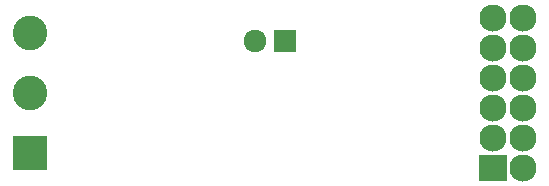
<source format=gbs>
G04 #@! TF.FileFunction,Soldermask,Bot*
%FSLAX46Y46*%
G04 Gerber Fmt 4.6, Leading zero omitted, Abs format (unit mm)*
G04 Created by KiCad (PCBNEW 4.0.2+dfsg1-stable) date jeu. 13 juil. 2017 18:44:21 CEST*
%MOMM*%
G01*
G04 APERTURE LIST*
%ADD10C,0.100000*%
%ADD11R,2.400000X2.300000*%
%ADD12C,2.300000*%
%ADD13R,1.924000X1.924000*%
%ADD14C,1.924000*%
%ADD15R,2.940000X2.940000*%
%ADD16C,2.940000*%
G04 APERTURE END LIST*
D10*
D11*
X167309800Y-111350000D03*
D12*
X167309800Y-108810000D03*
X167309800Y-106270000D03*
X167309800Y-103730000D03*
X167309800Y-101190000D03*
X167309800Y-98650000D03*
X169849800Y-111350000D03*
X169849800Y-108810000D03*
X169849800Y-106270000D03*
X169849800Y-103730000D03*
X169849800Y-101190000D03*
X169849800Y-98650000D03*
D13*
X149771100Y-100558600D03*
D14*
X147231100Y-100558600D03*
D15*
X128181100Y-110080000D03*
D16*
X128181100Y-99920000D03*
X128181100Y-105000000D03*
M02*

</source>
